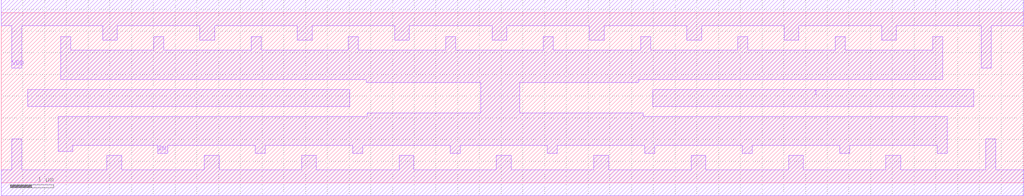
<source format=lef>
# Copyright 2022 GlobalFoundries PDK Authors
#
# Licensed under the Apache License, Version 2.0 (the "License");
# you may not use this file except in compliance with the License.
# You may obtain a copy of the License at
#
#      http://www.apache.org/licenses/LICENSE-2.0
#
# Unless required by applicable law or agreed to in writing, software
# distributed under the License is distributed on an "AS IS" BASIS,
# WITHOUT WARRANTIES OR CONDITIONS OF ANY KIND, either express or implied.
# See the License for the specific language governing permissions and
# limitations under the License.

MACRO gf180mcu_fd_sc_mcu7t5v0__inv_20
  CLASS core ;
  FOREIGN gf180mcu_fd_sc_mcu7t5v0__inv_20 0.0 0.0 ;
  ORIGIN 0 0 ;
  SYMMETRY X Y ;
  SITE GF018hv5v_mcu_sc7 ;
  SIZE 23.52 BY 3.92 ;
  PIN I
    DIRECTION INPUT ;
    ANTENNAGATEAREA 22.04 ;
    PORT
      LAYER Metal1 ;
        POLYGON 0.61 1.765 8.02 1.765 8.02 2.15 0.61 2.15  ;
        POLYGON 14.985 1.765 22.375 1.765 22.375 2.15 14.985 2.15  ;
    END
  END I
  PIN ZN
    DIRECTION OUTPUT ;
    ANTENNADIFFAREA 11.828 ;
    PORT
      LAYER Metal1 ;
        POLYGON 1.365 2.38 8.395 2.38 8.395 2.315 11.03 2.315 11.03 1.605 8.415 1.605 8.415 1.535 1.31 1.535 1.31 0.73 1.65 0.73 1.65 0.865 3.605 0.865 3.605 0.675 3.835 0.675 3.835 0.865 5.845 0.865 5.845 0.675 6.075 0.675 6.075 0.865 8.085 0.865 8.085 0.675 8.315 0.675 8.315 0.865 10.325 0.865 10.325 0.675 10.555 0.675 10.555 0.865 12.565 0.865 12.565 0.675 12.795 0.675 12.795 0.865 14.805 0.865 14.805 0.675 15.035 0.675 15.035 0.865 17.045 0.865 17.045 0.675 17.275 0.675 17.275 0.865 19.285 0.865 19.285 0.675 19.515 0.675 19.515 0.865 21.525 0.865 21.525 0.675 21.755 0.675 21.755 1.535 14.77 1.535 14.77 1.605 11.93 1.605 11.93 2.315 14.665 2.315 14.665 2.38 21.655 2.38 21.655 3.375 21.425 3.375 21.425 3.055 19.415 3.055 19.415 3.375 19.185 3.375 19.185 3.055 17.175 3.055 17.175 3.375 16.945 3.375 16.945 3.055 14.935 3.055 14.935 3.375 14.705 3.375 14.705 3.055 12.695 3.055 12.695 3.375 12.465 3.375 12.465 3.055 10.455 3.055 10.455 3.375 10.225 3.375 10.225 3.055 8.215 3.055 8.215 3.375 7.985 3.375 7.985 3.055 5.975 3.055 5.975 3.375 5.745 3.375 5.745 3.055 3.735 3.055 3.735 3.375 3.505 3.375 3.505 3.055 1.595 3.055 1.595 3.375 1.365 3.375  ;
    END
  END ZN
  PIN VDD
    DIRECTION INOUT ;
    USE power ;
    SHAPE ABUTMENT ;
    PORT
      LAYER Metal1 ;
        POLYGON 0 3.62 0.245 3.62 0.245 2.64 0.475 2.64 0.475 3.62 2.33 3.62 2.33 3.285 2.67 3.285 2.67 3.62 4.57 3.62 4.57 3.285 4.91 3.285 4.91 3.62 6.81 3.62 6.81 3.285 7.15 3.285 7.15 3.62 9.05 3.62 9.05 3.285 9.39 3.285 9.39 3.62 11.29 3.62 11.29 3.285 11.63 3.285 11.63 3.62 13.53 3.62 13.53 3.285 13.87 3.285 13.87 3.62 15.77 3.62 15.77 3.285 16.11 3.285 16.11 3.62 18.01 3.62 18.01 3.285 18.35 3.285 18.35 3.62 20.25 3.62 20.25 3.285 20.59 3.285 20.59 3.62 22.545 3.62 22.545 2.64 22.775 2.64 22.775 3.62 23.52 3.62 23.52 4.22 0 4.22  ;
    END
  END VDD
  PIN VSS
    DIRECTION INOUT ;
    USE ground ;
    SHAPE ABUTMENT ;
    PORT
      LAYER Metal1 ;
        POLYGON 0 -0.3 23.52 -0.3 23.52 0.3 22.875 0.3 22.875 1.015 22.645 1.015 22.645 0.3 20.69 0.3 20.69 0.635 20.35 0.635 20.35 0.3 18.45 0.3 18.45 0.635 18.11 0.635 18.11 0.3 16.21 0.3 16.21 0.635 15.87 0.635 15.87 0.3 13.97 0.3 13.97 0.635 13.63 0.635 13.63 0.3 11.73 0.3 11.73 0.635 11.39 0.635 11.39 0.3 9.49 0.3 9.49 0.635 9.15 0.635 9.15 0.3 7.25 0.3 7.25 0.635 6.91 0.635 6.91 0.3 5.01 0.3 5.01 0.635 4.67 0.635 4.67 0.3 2.77 0.3 2.77 0.635 2.43 0.635 2.43 0.3 0.475 0.3 0.475 1.015 0.245 1.015 0.245 0.3 0 0.3  ;
    END
  END VSS
END gf180mcu_fd_sc_mcu7t5v0__inv_20

</source>
